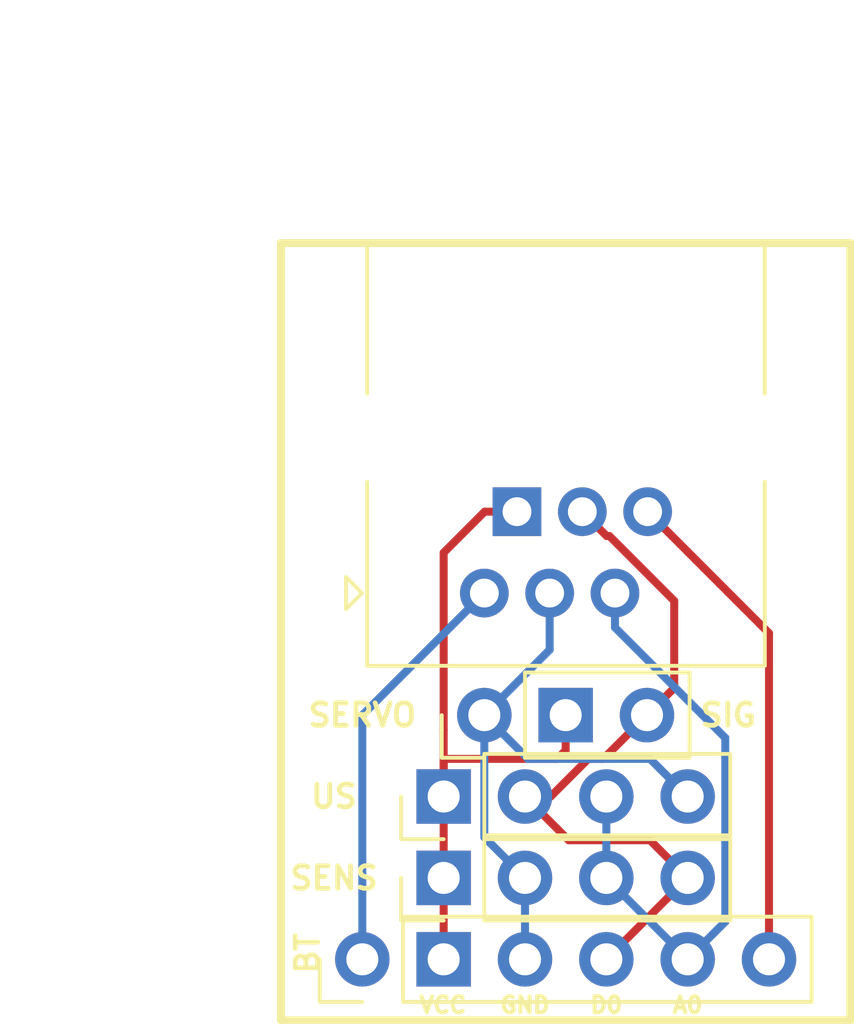
<source format=kicad_pcb>
(kicad_pcb (version 20171130) (host pcbnew 5.1.5+dfsg1-2build2)

  (general
    (thickness 1.6)
    (drawings 15)
    (tracks 47)
    (zones 0)
    (modules 5)
    (nets 7)
  )

  (page A4)
  (layers
    (0 F.Cu signal)
    (31 B.Cu signal)
    (32 B.Adhes user)
    (33 F.Adhes user)
    (34 B.Paste user)
    (35 F.Paste user)
    (36 B.SilkS user)
    (37 F.SilkS user)
    (38 B.Mask user)
    (39 F.Mask user)
    (40 Dwgs.User user)
    (41 Cmts.User user)
    (42 Eco1.User user)
    (43 Eco2.User user)
    (44 Edge.Cuts user)
    (45 Margin user)
    (46 B.CrtYd user)
    (47 F.CrtYd user)
    (48 B.Fab user)
    (49 F.Fab user)
  )

  (setup
    (last_trace_width 0.25)
    (trace_clearance 0.2)
    (zone_clearance 0.508)
    (zone_45_only no)
    (trace_min 0.2)
    (via_size 0.8)
    (via_drill 0.4)
    (via_min_size 0.4)
    (via_min_drill 0.3)
    (uvia_size 0.3)
    (uvia_drill 0.1)
    (uvias_allowed no)
    (uvia_min_size 0.2)
    (uvia_min_drill 0.1)
    (edge_width 0.05)
    (segment_width 0.2)
    (pcb_text_width 0.3)
    (pcb_text_size 1.5 1.5)
    (mod_edge_width 0.12)
    (mod_text_size 1 1)
    (mod_text_width 0.15)
    (pad_size 1.52 1.52)
    (pad_drill 0.9)
    (pad_to_mask_clearance 0.051)
    (solder_mask_min_width 0.25)
    (aux_axis_origin 0 0)
    (visible_elements FFFFFF7F)
    (pcbplotparams
      (layerselection 0x010fc_ffffffff)
      (usegerberextensions false)
      (usegerberattributes false)
      (usegerberadvancedattributes false)
      (creategerberjobfile false)
      (excludeedgelayer true)
      (linewidth 0.100000)
      (plotframeref false)
      (viasonmask false)
      (mode 1)
      (useauxorigin false)
      (hpglpennumber 1)
      (hpglpenspeed 20)
      (hpglpendiameter 15.000000)
      (psnegative false)
      (psa4output false)
      (plotreference true)
      (plotvalue true)
      (plotinvisibletext false)
      (padsonsilk false)
      (subtractmaskfromsilk false)
      (outputformat 1)
      (mirror false)
      (drillshape 0)
      (scaleselection 1)
      (outputdirectory ""))
  )

  (net 0 "")
  (net 1 /D0)
  (net 2 /GND)
  (net 3 /VCC)
  (net 4 "Net-(J1-Pad6)")
  (net 5 /A0)
  (net 6 "Net-(J1-Pad1)")

  (net_class Default "Esta es la clase de red por defecto."
    (clearance 0.2)
    (trace_width 0.25)
    (via_dia 0.8)
    (via_drill 0.4)
    (uvia_dia 0.3)
    (uvia_drill 0.1)
    (add_net /A0)
    (add_net /D0)
    (add_net /GND)
    (add_net /VCC)
    (add_net "Net-(J1-Pad1)")
    (add_net "Net-(J1-Pad6)")
  )

  (module Connector_PinHeader_2.54mm:PinHeader_1x06_P2.54mm_Vertical (layer F.Cu) (tedit 5F5A3A89) (tstamp 5F5A3F0F)
    (at 111.76 106.68 90)
    (descr "Through hole straight pin header, 1x06, 2.54mm pitch, single row")
    (tags "Through hole pin header THT 1x06 2.54mm single row")
    (path /5F5AB17A)
    (fp_text reference J5 (at 0 -2.33 90) (layer F.SilkS) hide
      (effects (font (size 1 1) (thickness 0.15)))
    )
    (fp_text value BT_Directo (at 0 15.03 90) (layer F.Fab) hide
      (effects (font (size 1 1) (thickness 0.15)))
    )
    (fp_text user %R (at 0 6.35) (layer F.Fab) hide
      (effects (font (size 1 1) (thickness 0.15)))
    )
    (fp_line (start 1.8 -1.8) (end -1.8 -1.8) (layer F.CrtYd) (width 0.05))
    (fp_line (start 1.8 14.5) (end 1.8 -1.8) (layer F.CrtYd) (width 0.05))
    (fp_line (start -1.8 14.5) (end 1.8 14.5) (layer F.CrtYd) (width 0.05))
    (fp_line (start -1.8 -1.8) (end -1.8 14.5) (layer F.CrtYd) (width 0.05))
    (fp_line (start -1.33 -1.33) (end 0 -1.33) (layer F.SilkS) (width 0.12))
    (fp_line (start -1.33 0) (end -1.33 -1.33) (layer F.SilkS) (width 0.12))
    (fp_line (start -1.33 1.27) (end 1.33 1.27) (layer F.SilkS) (width 0.12))
    (fp_line (start 1.33 1.27) (end 1.33 14.03) (layer F.SilkS) (width 0.12))
    (fp_line (start -1.33 1.27) (end -1.33 14.03) (layer F.SilkS) (width 0.12))
    (fp_line (start -1.33 14.03) (end 1.33 14.03) (layer F.SilkS) (width 0.12))
    (fp_line (start -1.27 -0.635) (end -0.635 -1.27) (layer F.Fab) (width 0.1))
    (fp_line (start -1.27 13.97) (end -1.27 -0.635) (layer F.Fab) (width 0.1))
    (fp_line (start 1.27 13.97) (end -1.27 13.97) (layer F.Fab) (width 0.1))
    (fp_line (start 1.27 -1.27) (end 1.27 13.97) (layer F.Fab) (width 0.1))
    (fp_line (start -0.635 -1.27) (end 1.27 -1.27) (layer F.Fab) (width 0.1))
    (pad 6 thru_hole oval (at 0 12.7 90) (size 1.7 1.7) (drill 1) (layers *.Cu *.Mask)
      (net 4 "Net-(J1-Pad6)"))
    (pad 5 thru_hole oval (at 0 10.16 90) (size 1.7 1.7) (drill 1) (layers *.Cu *.Mask)
      (net 5 /A0))
    (pad 4 thru_hole oval (at 0 7.62 90) (size 1.7 1.7) (drill 1) (layers *.Cu *.Mask)
      (net 1 /D0))
    (pad 3 thru_hole oval (at 0 5.08 90) (size 1.7 1.7) (drill 1) (layers *.Cu *.Mask)
      (net 2 /GND))
    (pad 2 thru_hole rect (at 0 2.54 90) (size 1.7 1.7) (drill 1) (layers *.Cu *.Mask)
      (net 3 /VCC))
    (pad 1 thru_hole circle (at 0 0 90) (size 1.7 1.7) (drill 1) (layers *.Cu *.Mask)
      (net 6 "Net-(J1-Pad1)"))
    (model ${KISYS3DMOD}/Connector_PinHeader_2.54mm.3dshapes/PinHeader_1x06_P2.54mm_Vertical.wrl
      (at (xyz 0 0 0))
      (scale (xyz 1 1 1))
      (rotate (xyz 0 0 0))
    )
  )

  (module Connector_RJ:RJ25_Wayconn_MJEA-660X1_Horizontal (layer F.Cu) (tedit 5F5A3AA6) (tstamp 5F581B7E)
    (at 115.57 95.25 180)
    (descr "RJ25 6P6C Socket 90 degrees, https://wayconn.com/wp-content/themes/way/datasheet/MJEA-660X1XXX_RJ25_6P6C_PCB_RA.pdf")
    (tags "RJ12 RJ18 RJ25 jack connector 6P6C")
    (path /5F610ACD)
    (fp_text reference J1 (at -6.985 -3.175) (layer F.SilkS) hide
      (effects (font (size 1 1) (thickness 0.15)))
    )
    (fp_text value RJ9 (at -2.55 12.315) (layer F.Fab)
      (effects (font (size 1 1) (thickness 0.15)))
    )
    (fp_line (start 4.32 -0.5) (end 4.32 0.5) (layer F.SilkS) (width 0.12))
    (fp_line (start 4.32 -0.5) (end 3.82 0) (layer F.SilkS) (width 0.12))
    (fp_line (start 3.82 0) (end 4.32 0.5) (layer F.SilkS) (width 0.12))
    (fp_line (start 3.05 0) (end 3.55 0.5) (layer F.Fab) (width 0.1))
    (fp_line (start 3.55 -0.5) (end 3.05 0) (layer F.Fab) (width 0.1))
    (fp_line (start 3.55 -2.16) (end 3.55 -0.5) (layer F.Fab) (width 0.1))
    (fp_line (start 3.55 0.5) (end 3.55 3.47) (layer F.Fab) (width 0.1))
    (fp_line (start -8.65 -2.16) (end 3.55 -2.16) (layer F.Fab) (width 0.1))
    (fp_line (start -8.65 6.22) (end -8.65 10.84) (layer F.Fab) (width 0.1))
    (fp_line (start 3.55 6.22) (end 3.55 10.84) (layer F.Fab) (width 0.1))
    (fp_line (start -8.65 10.84) (end 3.55 10.84) (layer F.Fab) (width 0.1))
    (fp_line (start -8.65 -2.16) (end -8.65 3.47) (layer F.Fab) (width 0.1))
    (fp_text user %R (at -2.55 4.445) (layer F.Fab)
      (effects (font (size 1 1) (thickness 0.15)))
    )
    (fp_line (start 5.1 11.34) (end -10.2 11.34) (layer F.CrtYd) (width 0.05))
    (fp_line (start 5.1 11.34) (end 5.1 -2.66) (layer F.CrtYd) (width 0.05))
    (fp_line (start -10.2 -2.66) (end -10.2 11.34) (layer F.CrtYd) (width 0.05))
    (fp_line (start -10.2 -2.66) (end 5.1 -2.66) (layer F.CrtYd) (width 0.05))
    (fp_line (start 3.66 6.22) (end 3.66 10.95) (layer F.SilkS) (width 0.12))
    (fp_line (start -8.76 6.22) (end -8.76 10.95) (layer F.SilkS) (width 0.12))
    (fp_line (start -8.76 -2.27) (end 3.66 -2.27) (layer F.SilkS) (width 0.12))
    (fp_line (start -8.76 10.95) (end 3.66 10.95) (layer F.SilkS) (width 0.12))
    (fp_line (start 3.66 -2.27) (end 3.66 3.47) (layer F.SilkS) (width 0.12))
    (fp_line (start -8.76 -2.27) (end -8.76 3.47) (layer F.SilkS) (width 0.12))
    (pad "" np_thru_hole circle (at -8.55 4.84 180) (size 2.3 2.3) (drill 2.3) (layers *.Cu *.Mask))
    (pad "" np_thru_hole circle (at 3.45 4.84 180) (size 2.3 2.3) (drill 2.3) (layers *.Cu *.Mask))
    (pad 6 thru_hole circle (at -5.1 2.54 180) (size 1.52 1.52) (drill 0.9) (layers *.Cu *.Mask)
      (net 4 "Net-(J1-Pad6)"))
    (pad 5 thru_hole circle (at -4.08 0 180) (size 1.52 1.52) (drill 0.9) (layers *.Cu *.Mask)
      (net 5 /A0))
    (pad 4 thru_hole circle (at -3.06 2.54 180) (size 1.52 1.52) (drill 0.9) (layers *.Cu *.Mask)
      (net 1 /D0))
    (pad 3 thru_hole oval (at -2.04 0 180) (size 1.52 1.52) (drill 0.9) (layers *.Cu *.Mask)
      (net 2 /GND))
    (pad 2 thru_hole rect (at -1.02 2.54 180) (size 1.52 1.52) (drill 0.9) (layers *.Cu *.Mask)
      (net 3 /VCC))
    (pad 1 thru_hole circle (at 0 0 180) (size 1.52 1.52) (drill 0.9) (layers *.Cu *.Mask)
      (net 6 "Net-(J1-Pad1)"))
    (model ${KISYS3DMOD}/Connector_RJ.3dshapes/RJ25_Wayconn_MJEA-660X1_Horizontal.wrl
      (at (xyz 0 0 0))
      (scale (xyz 1 1 1))
      (rotate (xyz 0 0 0))
    )
  )

  (module Connector_PinHeader_2.54mm:PinHeader_1x04_P2.54mm_Vertical (layer F.Cu) (tedit 5F5A3A84) (tstamp 5F58273A)
    (at 114.3 104.14 90)
    (descr "Through hole straight pin header, 1x04, 2.54mm pitch, single row")
    (tags "Through hole pin header THT 1x04 2.54mm single row")
    (path /5F611EE7)
    (fp_text reference J2 (at 0 -2.33 90) (layer F.SilkS) hide
      (effects (font (size 1 1) (thickness 0.15)))
    )
    (fp_text value Sensor_Azul_BT (at 0 9.95 90) (layer F.Fab) hide
      (effects (font (size 1 1) (thickness 0.15)))
    )
    (fp_text user %R (at 0 3.81) (layer F.Fab) hide
      (effects (font (size 1 1) (thickness 0.15)))
    )
    (fp_line (start 1.8 -1.8) (end -1.8 -1.8) (layer F.CrtYd) (width 0.05))
    (fp_line (start 1.8 9.4) (end 1.8 -1.8) (layer F.CrtYd) (width 0.05))
    (fp_line (start -1.8 9.4) (end 1.8 9.4) (layer F.CrtYd) (width 0.05))
    (fp_line (start -1.8 -1.8) (end -1.8 9.4) (layer F.CrtYd) (width 0.05))
    (fp_line (start -1.33 -1.33) (end 0 -1.33) (layer F.SilkS) (width 0.12))
    (fp_line (start -1.33 0) (end -1.33 -1.33) (layer F.SilkS) (width 0.12))
    (fp_line (start -1.33 1.27) (end 1.33 1.27) (layer F.SilkS) (width 0.12))
    (fp_line (start 1.33 1.27) (end 1.33 8.95) (layer F.SilkS) (width 0.12))
    (fp_line (start -1.33 1.27) (end -1.33 8.95) (layer F.SilkS) (width 0.12))
    (fp_line (start -1.33 8.95) (end 1.33 8.95) (layer F.SilkS) (width 0.12))
    (fp_line (start -1.27 -0.635) (end -0.635 -1.27) (layer F.Fab) (width 0.1))
    (fp_line (start -1.27 8.89) (end -1.27 -0.635) (layer F.Fab) (width 0.1))
    (fp_line (start 1.27 8.89) (end -1.27 8.89) (layer F.Fab) (width 0.1))
    (fp_line (start 1.27 -1.27) (end 1.27 8.89) (layer F.Fab) (width 0.1))
    (fp_line (start -0.635 -1.27) (end 1.27 -1.27) (layer F.Fab) (width 0.1))
    (pad 4 thru_hole oval (at 0 7.62 90) (size 1.7 1.7) (drill 1) (layers *.Cu *.Mask)
      (net 1 /D0))
    (pad 3 thru_hole oval (at 0 5.08 90) (size 1.7 1.7) (drill 1) (layers *.Cu *.Mask)
      (net 5 /A0))
    (pad 2 thru_hole oval (at 0 2.54 90) (size 1.7 1.7) (drill 1) (layers *.Cu *.Mask)
      (net 2 /GND))
    (pad 1 thru_hole rect (at 0 0 90) (size 1.7 1.7) (drill 1) (layers *.Cu *.Mask)
      (net 3 /VCC))
    (model ${KISYS3DMOD}/Connector_PinHeader_2.54mm.3dshapes/PinHeader_1x04_P2.54mm_Vertical.wrl
      (at (xyz 0 0 0))
      (scale (xyz 1 1 1))
      (rotate (xyz 0 0 0))
    )
  )

  (module Connector_PinHeader_2.54mm:PinHeader_1x04_P2.54mm_Vertical (layer F.Cu) (tedit 5F5A3A7E) (tstamp 5F5A3771)
    (at 114.3 101.6 90)
    (descr "Through hole straight pin header, 1x04, 2.54mm pitch, single row")
    (tags "Through hole pin header THT 1x04 2.54mm single row")
    (path /5F5A77F2)
    (fp_text reference J4 (at 0 -2.33 90) (layer F.SilkS) hide
      (effects (font (size 1 1) (thickness 0.15)))
    )
    (fp_text value SR-04 (at 0 9.95 90) (layer F.Fab) hide
      (effects (font (size 1 1) (thickness 0.15)))
    )
    (fp_text user %R (at 0 3.81) (layer F.Fab) hide
      (effects (font (size 1 1) (thickness 0.15)))
    )
    (fp_line (start 1.8 -1.8) (end -1.8 -1.8) (layer F.CrtYd) (width 0.05))
    (fp_line (start 1.8 9.4) (end 1.8 -1.8) (layer F.CrtYd) (width 0.05))
    (fp_line (start -1.8 9.4) (end 1.8 9.4) (layer F.CrtYd) (width 0.05))
    (fp_line (start -1.8 -1.8) (end -1.8 9.4) (layer F.CrtYd) (width 0.05))
    (fp_line (start -1.33 -1.33) (end 0 -1.33) (layer F.SilkS) (width 0.12))
    (fp_line (start -1.33 0) (end -1.33 -1.33) (layer F.SilkS) (width 0.12))
    (fp_line (start -1.33 1.27) (end 1.33 1.27) (layer F.SilkS) (width 0.12))
    (fp_line (start 1.33 1.27) (end 1.33 8.95) (layer F.SilkS) (width 0.12))
    (fp_line (start -1.33 1.27) (end -1.33 8.95) (layer F.SilkS) (width 0.12))
    (fp_line (start -1.33 8.95) (end 1.33 8.95) (layer F.SilkS) (width 0.12))
    (fp_line (start -1.27 -0.635) (end -0.635 -1.27) (layer F.Fab) (width 0.1))
    (fp_line (start -1.27 8.89) (end -1.27 -0.635) (layer F.Fab) (width 0.1))
    (fp_line (start 1.27 8.89) (end -1.27 8.89) (layer F.Fab) (width 0.1))
    (fp_line (start 1.27 -1.27) (end 1.27 8.89) (layer F.Fab) (width 0.1))
    (fp_line (start -0.635 -1.27) (end 1.27 -1.27) (layer F.Fab) (width 0.1))
    (pad 4 thru_hole oval (at 0 7.62 90) (size 1.7 1.7) (drill 1) (layers *.Cu *.Mask)
      (net 2 /GND))
    (pad 3 thru_hole oval (at 0 5.08 90) (size 1.7 1.7) (drill 1) (layers *.Cu *.Mask)
      (net 5 /A0))
    (pad 2 thru_hole oval (at 0 2.54 90) (size 1.7 1.7) (drill 1) (layers *.Cu *.Mask)
      (net 1 /D0))
    (pad 1 thru_hole rect (at 0 0 90) (size 1.7 1.7) (drill 1) (layers *.Cu *.Mask)
      (net 3 /VCC))
    (model ${KISYS3DMOD}/Connector_PinHeader_2.54mm.3dshapes/PinHeader_1x04_P2.54mm_Vertical.wrl
      (at (xyz 0 0 0))
      (scale (xyz 1 1 1))
      (rotate (xyz 0 0 0))
    )
  )

  (module Connector_PinHeader_2.54mm:PinHeader_1x03_P2.54mm_Vertical (layer F.Cu) (tedit 5F5A3A73) (tstamp 5F5A3759)
    (at 115.57 99.06 90)
    (descr "Through hole straight pin header, 1x03, 2.54mm pitch, single row")
    (tags "Through hole pin header THT 1x03 2.54mm single row")
    (path /5F5A44E1)
    (fp_text reference J3 (at 0 -2.33 90) (layer F.SilkS) hide
      (effects (font (size 1 1) (thickness 0.15)))
    )
    (fp_text value Servo (at 0 7.41 90) (layer F.Fab) hide
      (effects (font (size 1 1) (thickness 0.15)))
    )
    (fp_text user %R (at 0 2.54) (layer F.Fab) hide
      (effects (font (size 1 1) (thickness 0.15)))
    )
    (fp_line (start 1.8 -1.8) (end -1.8 -1.8) (layer F.CrtYd) (width 0.05))
    (fp_line (start 1.8 6.85) (end 1.8 -1.8) (layer F.CrtYd) (width 0.05))
    (fp_line (start -1.8 6.85) (end 1.8 6.85) (layer F.CrtYd) (width 0.05))
    (fp_line (start -1.8 -1.8) (end -1.8 6.85) (layer F.CrtYd) (width 0.05))
    (fp_line (start -1.33 -1.33) (end 0 -1.33) (layer F.SilkS) (width 0.12))
    (fp_line (start -1.33 0) (end -1.33 -1.33) (layer F.SilkS) (width 0.12))
    (fp_line (start -1.33 1.27) (end 1.33 1.27) (layer F.SilkS) (width 0.12))
    (fp_line (start 1.33 1.27) (end 1.33 6.41) (layer F.SilkS) (width 0.12))
    (fp_line (start -1.33 1.27) (end -1.33 6.41) (layer F.SilkS) (width 0.12))
    (fp_line (start -1.33 6.41) (end 1.33 6.41) (layer F.SilkS) (width 0.12))
    (fp_line (start -1.27 -0.635) (end -0.635 -1.27) (layer F.Fab) (width 0.1))
    (fp_line (start -1.27 6.35) (end -1.27 -0.635) (layer F.Fab) (width 0.1))
    (fp_line (start 1.27 6.35) (end -1.27 6.35) (layer F.Fab) (width 0.1))
    (fp_line (start 1.27 -1.27) (end 1.27 6.35) (layer F.Fab) (width 0.1))
    (fp_line (start -0.635 -1.27) (end 1.27 -1.27) (layer F.Fab) (width 0.1))
    (pad 3 thru_hole oval (at 0 5.08 90) (size 1.7 1.7) (drill 1) (layers *.Cu *.Mask)
      (net 1 /D0))
    (pad 2 thru_hole rect (at 0 2.54 90) (size 1.7 1.7) (drill 1) (layers *.Cu *.Mask)
      (net 3 /VCC))
    (pad 1 thru_hole circle (at 0 0 90) (size 1.7 1.7) (drill 1) (layers *.Cu *.Mask)
      (net 2 /GND))
    (model ${KISYS3DMOD}/Connector_PinHeader_2.54mm.3dshapes/PinHeader_1x03_P2.54mm_Vertical.wrl
      (at (xyz 0 0 0))
      (scale (xyz 1 1 1))
      (rotate (xyz 0 0 0))
    )
  )

  (gr_text A0 (at 121.92 108.108722) (layer F.SilkS) (tstamp 5F5A4654)
    (effects (font (size 0.5 0.5) (thickness 0.125)))
  )
  (gr_text D0 (at 119.38 108.108722) (layer F.SilkS) (tstamp 5F5A4637)
    (effects (font (size 0.5 0.5) (thickness 0.125)))
  )
  (gr_text GND (at 116.84 108.108722) (layer F.SilkS) (tstamp 5F5A45E6)
    (effects (font (size 0.5 0.5) (thickness 0.125)))
  )
  (gr_text US (at 110.875808 101.6) (layer F.SilkS) (tstamp 5F5A4425)
    (effects (font (size 0.7 0.7) (thickness 0.15)))
  )
  (gr_text SIG (at 123.19 99.06) (layer F.SilkS) (tstamp 5F5A3951)
    (effects (font (size 0.7 0.7) (thickness 0.15)))
  )
  (gr_text SERVO (at 111.76 99.06) (layer F.SilkS) (tstamp 5F5A3949)
    (effects (font (size 0.7 0.7) (thickness 0.15)))
  )
  (gr_line (start 109.22 108.585) (end 109.22 84.328) (layer F.SilkS) (width 0.25) (tstamp 5F58DB11))
  (gr_line (start 127 108.585) (end 109.22 108.585) (layer F.SilkS) (width 0.25))
  (gr_line (start 127 84.328) (end 127 108.585) (layer F.SilkS) (width 0.25))
  (gr_line (start 109.22 84.328) (end 127 84.328) (layer F.SilkS) (width 0.25))
  (gr_text BT (at 110.048189 106.494139 90) (layer F.SilkS) (tstamp 5F583532)
    (effects (font (size 0.7 0.7) (thickness 0.15)))
  )
  (gr_text SENS (at 110.875808 104.14633) (layer F.SilkS) (tstamp 5F58352B)
    (effects (font (size 0.7 0.7) (thickness 0.15)))
  )
  (dimension 17.78 (width 0.15) (layer Dwgs.User)
    (gr_text "17,780 mm" (at 118.11 77.44) (layer Dwgs.User)
      (effects (font (size 1 1) (thickness 0.15)))
    )
    (feature1 (pts (xy 127 81.28) (xy 127 78.153579)))
    (feature2 (pts (xy 109.22 81.28) (xy 109.22 78.153579)))
    (crossbar (pts (xy 109.22 78.74) (xy 127 78.74)))
    (arrow1a (pts (xy 127 78.74) (xy 125.873496 79.326421)))
    (arrow1b (pts (xy 127 78.74) (xy 125.873496 78.153579)))
    (arrow2a (pts (xy 109.22 78.74) (xy 110.346504 79.326421)))
    (arrow2b (pts (xy 109.22 78.74) (xy 110.346504 78.153579)))
  )
  (dimension 24.765 (width 0.15) (layer Dwgs.User)
    (gr_text "24,765 mm" (at 106.71 96.2025 270) (layer Dwgs.User)
      (effects (font (size 1 1) (thickness 0.15)))
    )
    (feature1 (pts (xy 103.613949 108.585) (xy 105.996421 108.585)))
    (feature2 (pts (xy 103.613949 83.82) (xy 105.996421 83.82)))
    (crossbar (pts (xy 105.41 83.82) (xy 105.41 108.585)))
    (arrow1a (pts (xy 105.41 108.585) (xy 104.823579 107.458496)))
    (arrow1b (pts (xy 105.41 108.585) (xy 105.996421 107.458496)))
    (arrow2a (pts (xy 105.41 83.82) (xy 104.823579 84.946504)))
    (arrow2b (pts (xy 105.41 83.82) (xy 105.996421 84.946504)))
  )
  (gr_text VCC (at 114.272867 108.108722) (layer F.SilkS) (tstamp 5F582884)
    (effects (font (size 0.5 0.5) (thickness 0.125)))
  )

  (segment (start 121.499999 98.210001) (end 120.65 99.06) (width 0.25) (layer F.Cu) (net 1))
  (segment (start 121.499999 95.494197) (end 121.499999 98.210001) (width 0.25) (layer F.Cu) (net 1))
  (segment (start 119.475801 93.469999) (end 121.499999 95.494197) (width 0.25) (layer F.Cu) (net 1))
  (segment (start 119.389999 93.469999) (end 119.475801 93.469999) (width 0.25) (layer F.Cu) (net 1))
  (segment (start 118.63 92.71) (end 119.389999 93.469999) (width 0.25) (layer F.Cu) (net 1))
  (segment (start 117.640998 101.6) (end 116.84 101.6) (width 0.25) (layer F.Cu) (net 1))
  (segment (start 118.815999 100.424999) (end 117.640998 101.6) (width 0.25) (layer F.Cu) (net 1))
  (segment (start 119.285001 100.424999) (end 118.815999 100.424999) (width 0.25) (layer F.Cu) (net 1))
  (segment (start 120.65 99.06) (end 119.285001 100.424999) (width 0.25) (layer F.Cu) (net 1))
  (segment (start 121.070001 103.290001) (end 121.92 104.14) (width 0.25) (layer F.Cu) (net 1))
  (segment (start 120.744999 102.964999) (end 121.070001 103.290001) (width 0.25) (layer F.Cu) (net 1))
  (segment (start 118.204999 102.964999) (end 120.744999 102.964999) (width 0.25) (layer F.Cu) (net 1))
  (segment (start 116.84 101.6) (end 118.204999 102.964999) (width 0.25) (layer F.Cu) (net 1))
  (segment (start 121.92 104.14) (end 119.38 106.68) (width 0.25) (layer F.Cu) (net 1))
  (segment (start 117.61 97.02) (end 115.57 99.06) (width 0.25) (layer B.Cu) (net 2))
  (segment (start 117.61 95.25) (end 117.61 97.02) (width 0.25) (layer B.Cu) (net 2))
  (segment (start 121.070001 100.750001) (end 121.92 101.6) (width 0.25) (layer B.Cu) (net 2))
  (segment (start 120.744999 100.424999) (end 121.070001 100.750001) (width 0.25) (layer B.Cu) (net 2))
  (segment (start 116.934999 100.424999) (end 120.744999 100.424999) (width 0.25) (layer B.Cu) (net 2))
  (segment (start 115.57 99.06) (end 116.934999 100.424999) (width 0.25) (layer B.Cu) (net 2))
  (segment (start 115.57 102.87) (end 116.84 104.14) (width 0.25) (layer B.Cu) (net 2))
  (segment (start 115.57 99.06) (end 115.57 102.87) (width 0.25) (layer B.Cu) (net 2))
  (segment (start 116.84 104.14) (end 116.84 106.68) (width 0.25) (layer B.Cu) (net 2))
  (segment (start 114.3 104.14) (end 114.3 103.339002) (width 0.25) (layer F.Cu) (net 3) (status 30))
  (segment (start 114.3 106.68) (end 114.3 104.14) (width 0.25) (layer F.Cu) (net 3))
  (segment (start 114.3 104.14) (end 114.3 101.6) (width 0.25) (layer F.Cu) (net 3))
  (segment (start 118.11 100.16) (end 118.11 99.06) (width 0.25) (layer F.Cu) (net 3))
  (segment (start 117.845001 100.424999) (end 118.11 100.16) (width 0.25) (layer F.Cu) (net 3))
  (segment (start 114.375001 100.424999) (end 117.845001 100.424999) (width 0.25) (layer F.Cu) (net 3))
  (segment (start 114.3 100.5) (end 114.375001 100.424999) (width 0.25) (layer F.Cu) (net 3))
  (segment (start 114.3 101.6) (end 114.3 100.5) (width 0.25) (layer F.Cu) (net 3))
  (segment (start 115.58 92.71) (end 114.3 93.99) (width 0.25) (layer F.Cu) (net 3))
  (segment (start 116.59 92.71) (end 115.58 92.71) (width 0.25) (layer F.Cu) (net 3))
  (segment (start 114.3 99.529002) (end 114.3 101.6) (width 0.25) (layer F.Cu) (net 3))
  (segment (start 114.3 93.99) (end 114.3 99.529002) (width 0.25) (layer F.Cu) (net 3))
  (segment (start 124.46 96.5) (end 124.46 106.68) (width 0.25) (layer F.Cu) (net 4))
  (segment (start 120.67 92.71) (end 124.46 96.5) (width 0.25) (layer F.Cu) (net 4))
  (segment (start 119.55 95.25) (end 119.65 95.25) (width 0.25) (layer B.Cu) (net 5) (status 30))
  (segment (start 122.769999 105.830001) (end 121.92 106.68) (width 0.25) (layer B.Cu) (net 5))
  (segment (start 123.095001 99.769803) (end 123.095001 105.504999) (width 0.25) (layer B.Cu) (net 5))
  (segment (start 119.65 96.324802) (end 123.095001 99.769803) (width 0.25) (layer B.Cu) (net 5))
  (segment (start 123.095001 105.504999) (end 122.769999 105.830001) (width 0.25) (layer B.Cu) (net 5))
  (segment (start 119.65 95.25) (end 119.65 96.324802) (width 0.25) (layer B.Cu) (net 5))
  (segment (start 121.92 106.68) (end 119.38 104.14) (width 0.25) (layer B.Cu) (net 5))
  (segment (start 119.38 104.14) (end 119.38 101.6) (width 0.25) (layer B.Cu) (net 5))
  (segment (start 111.76 99.06) (end 111.76 106.68) (width 0.25) (layer B.Cu) (net 6))
  (segment (start 115.57 95.25) (end 111.76 99.06) (width 0.25) (layer B.Cu) (net 6))

)

</source>
